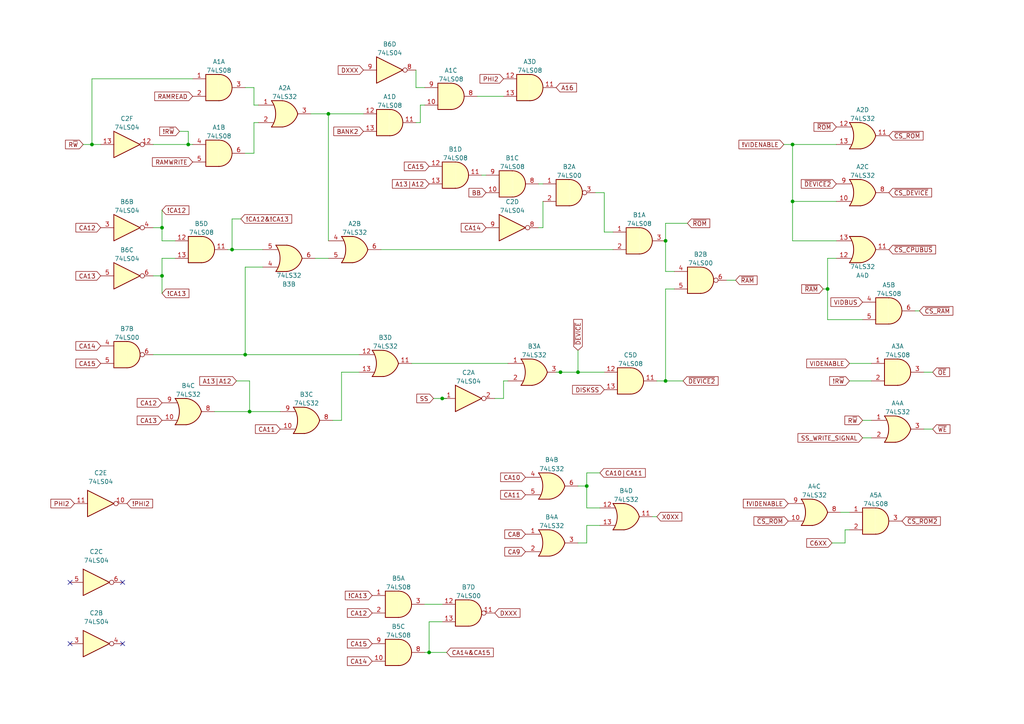
<source format=kicad_sch>
(kicad_sch (version 20231120) (generator "eeschema") (generator_version "8.0")
  (paper "A4")
  (lib_symbols
    (symbol "74xx:74LS00" (pin_names (offset 1.016))
      (property "Reference" "U" (at 0 1.27 0))
      (property "Value" "74LS00" (at 0 -1.27 0))
      (symbol "74LS00_1_1"
        (pin input line (at -7.62 2.54 0) (length 3.81) (name "~") (number "1"))
        (pin input line (at -7.62 -2.54 0) (length 3.81) (name "~") (number "2"))
        (pin output inverted (at 7.62 0 180) (length 3.81) (name "~") (number "3"))
      )
      (symbol "74LS00_1_2"
        (pin input inverted (at -7.62 2.54 0) (length 4.318) (name "~") (number "1"))
        (pin input inverted (at -7.62 -2.54 0) (length 4.318) (name "~") (number "2"))
        (pin output line (at 7.62 0 180) (length 3.81) (name "~") (number "3"))
      )
      (symbol "74LS00_2_1"
        (pin input line (at -7.62 2.54 0) (length 3.81) (name "~") (number "4"))
        (pin input line (at -7.62 -2.54 0) (length 3.81) (name "~") (number "5"))
        (pin output inverted (at 7.62 0 180) (length 3.81) (name "~") (number "6"))
      )
      (symbol "74LS00_2_2"
        (pin input inverted (at -7.62 2.54 0) (length 4.318) (name "~") (number "4"))
        (pin input inverted (at -7.62 -2.54 0) (length 4.318) (name "~") (number "5"))
        (pin output line (at 7.62 0 180) (length 3.81) (name "~") (number "6"))
      )
      (symbol "74LS00_3_1"
        (pin input line (at -7.62 -2.54 0) (length 3.81) (name "~") (number "10"))
        (pin output inverted (at 7.62 0 180) (length 3.81) (name "~") (number "8"))
        (pin input line (at -7.62 2.54 0) (length 3.81) (name "~") (number "9"))
      )
      (symbol "74LS00_3_2"
        (pin input inverted (at -7.62 -2.54 0) (length 4.318) (name "~") (number "10"))
        (pin output line (at 7.62 0 180) (length 3.81) (name "~") (number "8"))
        (pin input inverted (at -7.62 2.54 0) (length 4.318) (name "~") (number "9"))
      )
      (symbol "74LS00_4_1"
        (pin output inverted (at 7.62 0 180) (length 3.81) (name "~") (number "11"))
        (pin input line (at -7.62 2.54 0) (length 3.81) (name "~") (number "12"))
        (pin input line (at -7.62 -2.54 0) (length 3.81) (name "~") (number "13"))
      )
      (symbol "74LS00_4_2"
        (pin output line (at 7.62 0 180) (length 3.81) (name "~") (number "11"))
        (pin input inverted (at -7.62 2.54 0) (length 4.318) (name "~") (number "12"))
        (pin input inverted (at -7.62 -2.54 0) (length 4.318) (name "~") (number "13"))
      )
      (symbol "74LS00_5_0"
        (pin power_in line (at 0 12.7 270) (length 5.08) (name "VCC") (number "14"))
        (pin power_in line (at 0 -12.7 90) (length 5.08) (name "GND") (number "7"))
      )
    )
    (symbol "74xx:74LS04"
      (property "Reference" "U" (at 0 1.27 0))
      (property "Value" "74LS04" (at 0 -1.27 0))
      (symbol "74LS04_1_0"
        (pin input line (at -7.62 0 0) (length 3.81) (name "~") (number "1"))
        (pin output inverted (at 7.62 0 180) (length 3.81) (name "~") (number "2"))
      )
      (symbol "74LS04_2_0"
        (pin input line (at -7.62 0 0) (length 3.81) (name "~") (number "3"))
        (pin output inverted (at 7.62 0 180) (length 3.81) (name "~") (number "4"))
      )
      (symbol "74LS04_3_0"
        (pin input line (at -7.62 0 0) (length 3.81) (name "~") (number "5"))
        (pin output inverted (at 7.62 0 180) (length 3.81) (name "~") (number "6"))
      )
      (symbol "74LS04_4_0"
        (pin output inverted (at 7.62 0 180) (length 3.81) (name "~") (number "8"))
        (pin input line (at -7.62 0 0) (length 3.81) (name "~") (number "9"))
      )
      (symbol "74LS04_5_0"
        (pin output inverted (at 7.62 0 180) (length 3.81) (name "~") (number "10"))
        (pin input line (at -7.62 0 0) (length 3.81) (name "~") (number "11"))
      )
      (symbol "74LS04_6_0"
        (pin output inverted (at 7.62 0 180) (length 3.81) (name "~") (number "12"))
        (pin input line (at -7.62 0 0) (length 3.81) (name "~") (number "13"))
      )
      (symbol "74LS04_7_0"
        (pin power_in line (at 0 12.7 270) (length 5.08) (name "VCC") (number "14"))
        (pin power_in line (at 0 -12.7 90) (length 5.08) (name "GND") (number "7"))
      )
    )
    (symbol "74xx:74LS08" (pin_names (offset 1.016))
      (property "Reference" "U" (at 0 1.27 0))
      (property "Value" "74LS08" (at 0 -1.27 0))
      (symbol "74LS08_1_1"
        (pin input line (at -7.62 2.54 0) (length 3.81) (name "~") (number "1"))
        (pin input line (at -7.62 -2.54 0) (length 3.81) (name "~") (number "2"))
        (pin output line (at 7.62 0 180) (length 3.81) (name "~") (number "3"))
      )
      (symbol "74LS08_1_2"
        (pin input inverted (at -7.62 2.54 0) (length 4.318) (name "~") (number "1"))
        (pin input inverted (at -7.62 -2.54 0) (length 4.318) (name "~") (number "2"))
        (pin output inverted (at 7.62 0 180) (length 3.81) (name "~") (number "3"))
      )
      (symbol "74LS08_2_1"
        (pin input line (at -7.62 2.54 0) (length 3.81) (name "~") (number "4"))
        (pin input line (at -7.62 -2.54 0) (length 3.81) (name "~") (number "5"))
        (pin output line (at 7.62 0 180) (length 3.81) (name "~") (number "6"))
      )
      (symbol "74LS08_2_2"
        (pin input inverted (at -7.62 2.54 0) (length 4.318) (name "~") (number "4"))
        (pin input inverted (at -7.62 -2.54 0) (length 4.318) (name "~") (number "5"))
        (pin output inverted (at 7.62 0 180) (length 3.81) (name "~") (number "6"))
      )
      (symbol "74LS08_3_1"
        (pin input line (at -7.62 -2.54 0) (length 3.81) (name "~") (number "10"))
        (pin output line (at 7.62 0 180) (length 3.81) (name "~") (number "8"))
        (pin input line (at -7.62 2.54 0) (length 3.81) (name "~") (number "9"))
      )
      (symbol "74LS08_3_2"
        (pin input inverted (at -7.62 -2.54 0) (length 4.318) (name "~") (number "10"))
        (pin output inverted (at 7.62 0 180) (length 3.81) (name "~") (number "8"))
        (pin input inverted (at -7.62 2.54 0) (length 4.318) (name "~") (number "9"))
      )
      (symbol "74LS08_4_1"
        (pin output line (at 7.62 0 180) (length 3.81) (name "~") (number "11"))
        (pin input line (at -7.62 2.54 0) (length 3.81) (name "~") (number "12"))
        (pin input line (at -7.62 -2.54 0) (length 3.81) (name "~") (number "13"))
      )
      (symbol "74LS08_4_2"
        (pin output inverted (at 7.62 0 180) (length 3.81) (name "~") (number "11"))
        (pin input inverted (at -7.62 2.54 0) (length 4.318) (name "~") (number "12"))
        (pin input inverted (at -7.62 -2.54 0) (length 4.318) (name "~") (number "13"))
      )
      (symbol "74LS08_5_0"
        (pin power_in line (at 0 12.7 270) (length 5.08) (name "VCC") (number "14"))
        (pin power_in line (at 0 -12.7 90) (length 5.08) (name "GND") (number "7"))
      )
    )
    (symbol "74xx:74LS32" (pin_names (offset 1.016))
      (property "Reference" "U" (at 0 1.27 0))
      (property "Value" "74LS32" (at 0 -1.27 0))
      (symbol "74LS32_1_1"
        (pin input line (at -7.62 2.54 0) (length 4.318) (name "~") (number "1"))
        (pin input line (at -7.62 -2.54 0) (length 4.318) (name "~") (number "2"))
        (pin output line (at 7.62 0 180) (length 3.81) (name "~") (number "3"))
      )
      (symbol "74LS32_1_2"
        (pin input inverted (at -7.62 2.54 0) (length 3.81) (name "~") (number "1"))
        (pin input inverted (at -7.62 -2.54 0) (length 3.81) (name "~") (number "2"))
        (pin output inverted (at 7.62 0 180) (length 3.81) (name "~") (number "3"))
      )
      (symbol "74LS32_2_1"
        (pin input line (at -7.62 2.54 0) (length 4.318) (name "~") (number "4"))
        (pin input line (at -7.62 -2.54 0) (length 4.318) (name "~") (number "5"))
        (pin output line (at 7.62 0 180) (length 3.81) (name "~") (number "6"))
      )
      (symbol "74LS32_2_2"
        (pin input inverted (at -7.62 2.54 0) (length 3.81) (name "~") (number "4"))
        (pin input inverted (at -7.62 -2.54 0) (length 3.81) (name "~") (number "5"))
        (pin output inverted (at 7.62 0 180) (length 3.81) (name "~") (number "6"))
      )
      (symbol "74LS32_3_1"
        (pin input line (at -7.62 -2.54 0) (length 4.318) (name "~") (number "10"))
        (pin output line (at 7.62 0 180) (length 3.81) (name "~") (number "8"))
        (pin input line (at -7.62 2.54 0) (length 4.318) (name "~") (number "9"))
      )
      (symbol "74LS32_3_2"
        (pin input inverted (at -7.62 -2.54 0) (length 3.81) (name "~") (number "10"))
        (pin output inverted (at 7.62 0 180) (length 3.81) (name "~") (number "8"))
        (pin input inverted (at -7.62 2.54 0) (length 3.81) (name "~") (number "9"))
      )
      (symbol "74LS32_4_1"
        (pin output line (at 7.62 0 180) (length 3.81) (name "~") (number "11"))
        (pin input line (at -7.62 2.54 0) (length 4.318) (name "~") (number "12"))
        (pin input line (at -7.62 -2.54 0) (length 4.318) (name "~") (number "13"))
      )
      (symbol "74LS32_4_2"
        (pin output inverted (at 7.62 0 180) (length 3.81) (name "~") (number "11"))
        (pin input inverted (at -7.62 2.54 0) (length 3.81) (name "~") (number "12"))
        (pin input inverted (at -7.62 -2.54 0) (length 3.81) (name "~") (number "13"))
      )
      (symbol "74LS32_5_0"
        (pin power_in line (at 0 12.7 270) (length 5.08) (name "VCC") (number "14"))
        (pin power_in line (at 0 -12.7 90) (length 5.08) (name "GND") (number "7"))
      )
    )
  )
  (junction (at 46.99 66.04))
  (junction (at 229.87 41.91))
  (junction (at 54.61 41.91))
  (junction (at 95.25 33.02))
  (junction (at 193.04 69.85))
  (junction (at 26.67 41.91))
  (junction (at 46.99 80.01))
  (junction (at 193.04 110.49))
  (junction (at 124.46 189.23))
  (junction (at 128.27 115.57))
  (junction (at 167.64 107.95))
  (junction (at 71.12 102.87))
  (junction (at 229.87 58.42))
  (junction (at 72.39 119.38))
  (junction (at 240.03 83.82))
  (junction (at 67.31 72.39))
  (junction (at 162.56 107.95))
  (junction (at 170.18 140.97))
  (no_connect (at 298.45 -31.75))
  (no_connect (at 73.66 -11.43))
  (no_connect (at 20.32 186.69))
  (no_connect (at 88.9 -11.43))
  (no_connect (at 262.89 -11.43))
  (no_connect (at 186.69 -58.42))
  (no_connect (at 256.54 -8.89))
  (no_connect (at 223.52 -60.96))
  (no_connect (at 200.66 -10.16))
  (no_connect (at 20.32 168.91))
  (no_connect (at 109.22 -11.43))
  (no_connect (at 220.98 -10.16))
  (no_connect (at 241.3 -36.83))
  (no_connect (at 264.16 -31.75))
  (no_connect (at 205.74 -12.7))
  (no_connect (at 208.28 -85.09))
  (no_connect (at 177.8 -30.48))
  (no_connect (at 177.8 -10.16))
  (no_connect (at 208.28 -63.5))
  (no_connect (at 93.98 -11.43))
  (no_connect (at 162.56 -12.7))
  (no_connect (at 162.56 -27.94))
  (no_connect (at 313.69 -34.29))
  (no_connect (at 279.4 -34.29))
  (no_connect (at 185.42 -12.7))
  (no_connect (at 185.42 -7.62))
  (no_connect (at 256.54 -34.29))
  (no_connect (at 201.93 -60.96))
  (no_connect (at 298.45 -36.83))
  (no_connect (at 162.56 -33.02))
  (no_connect (at 35.56 168.91))
  (no_connect (at 241.3 -6.35))
  (no_connect (at 208.28 -90.17))
  (no_connect (at 186.69 -63.5))
  (no_connect (at 241.3 -31.75))
  (no_connect (at 129.54 -11.43))
  (no_connect (at 114.3 -11.43))
  (no_connect (at 205.74 -7.62))
  (no_connect (at 241.3 -11.43))
  (no_connect (at 208.28 -58.42))
  (no_connect (at 264.16 -36.83))
  (no_connect (at 278.13 -8.89))
  (no_connect (at 223.52 -87.63))
  (no_connect (at 35.56 186.69))
  (no_connect (at 262.89 -6.35))
  (no_connect (at 162.56 -7.62))
  (wire (pts (xy 81.28 119.38) (xy 72.39 119.38)))
  (wire (pts (xy 120.65 20.32) (xy 120.65 25.4)))
  (wire (pts (xy 170.18 147.32) (xy 173.99 147.32)))
  (wire (pts (xy 146.05 27.94) (xy 138.43 27.94)))
  (wire (pts (xy 46.99 60.96) (xy 46.99 66.04)))
  (wire (pts (xy 120.65 25.4) (xy 123.19 25.4)))
  (wire (pts (xy 44.45 66.04) (xy 46.99 66.04)))
  (wire (pts (xy 128.27 115.57) (xy 129.54 115.57)))
  (wire (pts (xy 44.45 102.87) (xy 71.12 102.87)))
  (wire (pts (xy 119.38 105.41) (xy 147.32 105.41)))
  (wire (pts (xy 193.04 64.77) (xy 193.04 69.85)))
  (wire (pts (xy 71.12 77.47) (xy 71.12 102.87)))
  (wire (pts (xy 91.44 74.93) (xy 95.25 74.93)))
  (wire (pts (xy 190.5 149.86) (xy 189.23 149.86)))
  (wire (pts (xy 193.04 69.85) (xy 193.04 78.74)))
  (wire (pts (xy 73.66 25.4) (xy 73.66 30.48)))
  (wire (pts (xy 123.19 30.48) (xy 121.92 30.48)))
  (wire (pts (xy 238.76 83.82) (xy 240.03 83.82)))
  (wire (pts (xy 242.57 41.91) (xy 229.87 41.91)))
  (wire (pts (xy 156.21 66.04) (xy 157.48 66.04)))
  (wire (pts (xy 26.67 22.86) (xy 55.88 22.86)))
  (wire (pts (xy 96.52 121.92) (xy 99.06 121.92)))
  (wire (pts (xy 46.99 74.93) (xy 50.8 74.93)))
  (wire (pts (xy 110.49 72.39) (xy 177.8 72.39)))
  (wire (pts (xy 73.66 35.56) (xy 74.93 35.56)))
  (wire (pts (xy 67.31 63.5) (xy 67.31 72.39)))
  (wire (pts (xy 229.87 58.42) (xy 229.87 69.85)))
  (wire (pts (xy 167.64 157.48) (xy 170.18 157.48)))
  (wire (pts (xy 128.27 180.34) (xy 124.46 180.34)))
  (wire (pts (xy 73.66 30.48) (xy 74.93 30.48)))
  (wire (pts (xy 54.61 38.1) (xy 54.61 41.91)))
  (wire (pts (xy 68.58 110.49) (xy 72.39 110.49)))
  (wire (pts (xy 161.29 107.95) (xy 162.56 107.95)))
  (wire (pts (xy 170.18 140.97) (xy 170.18 147.32)))
  (wire (pts (xy 128.27 115.57) (xy 125.73 115.57)))
  (wire (pts (xy 44.45 80.01) (xy 46.99 80.01)))
  (wire (pts (xy 120.65 35.56) (xy 121.92 35.56)))
  (wire (pts (xy 71.12 25.4) (xy 73.66 25.4)))
  (wire (pts (xy 242.57 74.93) (xy 240.03 74.93)))
  (wire (pts (xy 71.12 102.87) (xy 104.14 102.87)))
  (wire (pts (xy 72.39 110.49) (xy 72.39 119.38)))
  (wire (pts (xy 167.64 107.95) (xy 175.26 107.95)))
  (wire (pts (xy 167.64 101.6) (xy 167.64 107.95)))
  (wire (pts (xy 90.17 33.02) (xy 95.25 33.02)))
  (wire (pts (xy 54.61 41.91) (xy 55.88 41.91)))
  (wire (pts (xy 193.04 110.49) (xy 198.12 110.49)))
  (wire (pts (xy 143.51 115.57) (xy 146.05 115.57)))
  (wire (pts (xy 46.99 80.01) (xy 46.99 85.09)))
  (wire (pts (xy 66.04 72.39) (xy 67.31 72.39)))
  (wire (pts (xy 67.31 72.39) (xy 76.2 72.39)))
  (wire (pts (xy 73.66 35.56) (xy 73.66 44.45)))
  (wire (pts (xy 52.07 38.1) (xy 54.61 38.1)))
  (wire (pts (xy 241.3 157.48) (xy 245.11 157.48)))
  (wire (pts (xy 71.12 44.45) (xy 73.66 44.45)))
  (wire (pts (xy 44.45 41.91) (xy 54.61 41.91)))
  (wire (pts (xy 157.48 66.04) (xy 157.48 58.42)))
  (wire (pts (xy 175.26 55.88) (xy 175.26 67.31)))
  (wire (pts (xy 124.46 180.34) (xy 124.46 189.23)))
  (wire (pts (xy 46.99 74.93) (xy 46.99 80.01)))
  (wire (pts (xy 170.18 157.48) (xy 170.18 152.4)))
  (wire (pts (xy 266.7 90.17) (xy 265.43 90.17)))
  (wire (pts (xy 140.97 50.8) (xy 139.7 50.8)))
  (wire (pts (xy 95.25 33.02) (xy 95.25 69.85)))
  (wire (pts (xy 246.38 105.41) (xy 252.73 105.41)))
  (wire (pts (xy 193.04 110.49) (xy 190.5 110.49)))
  (wire (pts (xy 250.19 121.92) (xy 252.73 121.92)))
  (wire (pts (xy 199.39 64.77) (xy 193.04 64.77)))
  (wire (pts (xy 104.14 107.95) (xy 99.06 107.95)))
  (wire (pts (xy 175.26 67.31) (xy 177.8 67.31)))
  (wire (pts (xy 245.11 153.67) (xy 246.38 153.67)))
  (wire (pts (xy 270.51 124.46) (xy 267.97 124.46)))
  (wire (pts (xy 229.87 58.42) (xy 242.57 58.42)))
  (wire (pts (xy 270.51 107.95) (xy 267.97 107.95)))
  (wire (pts (xy 193.04 83.82) (xy 195.58 83.82)))
  (wire (pts (xy 250.19 127) (xy 252.73 127)))
  (wire (pts (xy 245.11 157.48) (xy 245.11 153.67)))
  (wire (pts (xy 170.18 152.4) (xy 173.99 152.4)))
  (wire (pts (xy 72.39 119.38) (xy 62.23 119.38)))
  (wire (pts (xy 240.03 92.71) (xy 250.19 92.71)))
  (wire (pts (xy 121.92 35.56) (xy 121.92 30.48)))
  (wire (pts (xy 146.05 115.57) (xy 146.05 110.49)))
  (wire (pts (xy 99.06 121.92) (xy 99.06 107.95)))
  (wire (pts (xy 172.72 55.88) (xy 175.26 55.88)))
  (wire (pts (xy 157.48 53.34) (xy 156.21 53.34)))
  (wire (pts (xy 26.67 41.91) (xy 26.67 22.86)))
  (wire (pts (xy 213.36 81.28) (xy 210.82 81.28)))
  (wire (pts (xy 24.13 41.91) (xy 26.67 41.91)))
  (wire (pts (xy 46.99 69.85) (xy 50.8 69.85)))
  (wire (pts (xy 162.56 107.95) (xy 167.64 107.95)))
  (wire (pts (xy 193.04 83.82) (xy 193.04 110.49)))
  (wire (pts (xy 71.12 77.47) (xy 76.2 77.47)))
  (wire (pts (xy 26.67 41.91) (xy 29.21 41.91)))
  (wire (pts (xy 123.19 175.26) (xy 128.27 175.26)))
  (wire (pts (xy 146.05 110.49) (xy 147.32 110.49)))
  (wire (pts (xy 240.03 83.82) (xy 240.03 92.71)))
  (wire (pts (xy 173.99 137.16) (xy 170.18 137.16)))
  (wire (pts (xy 240.03 74.93) (xy 240.03 83.82)))
  (wire (pts (xy 124.46 189.23) (xy 129.54 189.23)))
  (wire (pts (xy 246.38 110.49) (xy 252.73 110.49)))
  (wire (pts (xy 242.57 69.85) (xy 229.87 69.85)))
  (wire (pts (xy 46.99 66.04) (xy 46.99 69.85)))
  (wire (pts (xy 123.19 189.23) (xy 124.46 189.23)))
  (wire (pts (xy 95.25 33.02) (xy 105.41 33.02)))
  (wire (pts (xy 170.18 137.16) (xy 170.18 140.97)))
  (wire (pts (xy 243.84 148.59) (xy 246.38 148.59)))
  (wire (pts (xy 229.87 41.91) (xy 229.87 58.42)))
  (wire (pts (xy 167.64 140.97) (xy 170.18 140.97)))
  (wire (pts (xy 193.04 78.74) (xy 195.58 78.74)))
  (wire (pts (xy 229.87 41.91) (xy 227.33 41.91)))
  (wire (pts (xy 69.85 63.5) (xy 67.31 63.5)))
  (global_label "CA8" (shape input) (at 152.4 154.94 180) (property "Intersheetrefs" "${INTERSHEET_REFS}" (effects (hide yes))))
  (global_label "PHI2" (shape input) (at 21.59 146.05 180) (property "Intersheetrefs" "${INTERSHEET_REFS}" (effects (hide yes))))
  (global_label "BANK2" (shape input) (at 105.41 38.1 180) (property "Intersheetrefs" "${INTERSHEET_REFS}" (effects (hide yes))))
  (global_label "A16" (shape input) (at 161.29 25.4 0) (property "Intersheetrefs" "${INTERSHEET_REFS}" (effects (hide yes))))
  (global_label "CA14" (shape input) (at 107.95 191.77 180) (property "Intersheetrefs" "${INTERSHEET_REFS}" (effects (hide yes))))
  (global_label "~{CS_RAM}" (shape input) (at 266.7 90.17 0) (property "Intersheetrefs" "${INTERSHEET_REFS}" (effects (hide yes))))
  (global_label "R~{W}" (shape input) (at 250.19 121.92 180) (property "Intersheetrefs" "${INTERSHEET_REFS}" (effects (hide yes))))
  (global_label "CA15" (shape input) (at 29.21 105.41 180) (property "Intersheetrefs" "${INTERSHEET_REFS}" (effects (hide yes))))
  (global_label "X0XX" (shape input) (at 190.5 149.86 0) (property "Intersheetrefs" "${INTERSHEET_REFS}" (effects (hide yes))))
  (global_label "CA13" (shape input) (at 29.21 80.01 180) (property "Intersheetrefs" "${INTERSHEET_REFS}" (effects (hide yes))))
  (global_label "CA12" (shape input) (at 107.95 177.8 180) (property "Intersheetrefs" "${INTERSHEET_REFS}" (effects (hide yes))))
  (global_label "~{ROM}" (shape input) (at 199.39 64.77 0) (property "Intersheetrefs" "${INTERSHEET_REFS}" (effects (hide yes))))
  (global_label "RAMWRITE" (shape input) (at 55.88 46.99 180) (property "Intersheetrefs" "${INTERSHEET_REFS}" (effects (hide yes))))
  (global_label "!VIDENABLE" (shape input) (at 228.6 146.05 180) (property "Intersheetrefs" "${INTERSHEET_REFS}" (effects (hide yes))))
  (global_label "~{RAM}" (shape input) (at 238.76 83.82 180) (property "Intersheetrefs" "${INTERSHEET_REFS}" (effects (hide yes))))
  (global_label "CA14&CA15" (shape input) (at 129.54 189.23 0) (property "Intersheetrefs" "${INTERSHEET_REFS}" (effects (hide yes))))
  (global_label "RAMREAD" (shape input) (at 55.88 27.94 180) (property "Intersheetrefs" "${INTERSHEET_REFS}" (effects (hide yes))))
  (global_label "!R~{W}" (shape input) (at 246.38 110.49 180) (property "Intersheetrefs" "${INTERSHEET_REFS}" (effects (hide yes))))
  (global_label "CA12" (shape input) (at 46.99 116.84 180) (property "Intersheetrefs" "${INTERSHEET_REFS}" (effects (hide yes))))
  (global_label "A13|A12" (shape input) (at 124.46 53.34 180) (property "Intersheetrefs" "${INTERSHEET_REFS}" (effects (hide yes))))
  (global_label "CA14" (shape input) (at 140.97 66.04 180) (property "Intersheetrefs" "${INTERSHEET_REFS}" (effects (hide yes))))
  (global_label "CA15" (shape input) (at 124.46 48.26 180) (property "Intersheetrefs" "${INTERSHEET_REFS}" (effects (hide yes))))
  (global_label "~{DEVICE2}" (shape input) (at 198.12 110.49 0) (property "Intersheetrefs" "${INTERSHEET_REFS}" (effects (hide yes))))
  (global_label "~{CS_ROM}" (shape input) (at 228.6 151.13 180) (property "Intersheetrefs" "${INTERSHEET_REFS}" (effects (hide yes))))
  (global_label "DXXX" (shape input) (at 105.41 20.32 180) (property "Intersheetrefs" "${INTERSHEET_REFS}" (effects (hide yes))))
  (global_label "~{CS_DEVICE}" (shape input) (at 257.81 55.88 0) (property "Intersheetrefs" "${INTERSHEET_REFS}" (effects (hide yes))))
  (global_label "CA11" (shape input) (at 81.28 124.46 180) (property "Intersheetrefs" "${INTERSHEET_REFS}" (effects (hide yes))))
  (global_label "!R~{W}" (shape input) (at 52.07 38.1 180) (property "Intersheetrefs" "${INTERSHEET_REFS}" (effects (hide yes))))
  (global_label "!PHI2" (shape input) (at 36.83 146.05 0) (property "Intersheetrefs" "${INTERSHEET_REFS}" (effects (hide yes))))
  (global_label "~{WE}" (shape input) (at 270.51 124.46 0) (property "Intersheetrefs" "${INTERSHEET_REFS}" (effects (hide yes))))
  (global_label "CA10|CA11" (shape input) (at 173.99 137.16 0) (property "Intersheetrefs" "${INTERSHEET_REFS}" (effects (hide yes))))
  (global_label "~{CS_CPUBUS}" (shape input) (at 257.81 72.39 0) (property "Intersheetrefs" "${INTERSHEET_REFS}" (effects (hide yes))))
  (global_label "CA9" (shape input) (at 152.4 160.02 180) (property "Intersheetrefs" "${INTERSHEET_REFS}" (effects (hide yes))))
  (global_label "PHI2" (shape input) (at 146.05 22.86 180) (property "Intersheetrefs" "${INTERSHEET_REFS}" (effects (hide yes))))
  (global_label "!CA13" (shape input) (at 107.95 172.72 180) (property "Intersheetrefs" "${INTERSHEET_REFS}" (effects (hide yes))))
  (global_label "DXXX" (shape input) (at 143.51 177.8 0) (property "Intersheetrefs" "${INTERSHEET_REFS}" (effects (hide yes))))
  (global_label "R~{W}" (shape input) (at 24.13 41.91 180) (property "Intersheetrefs" "${INTERSHEET_REFS}" (effects (hide yes))))
  (global_label "~{DEVICE}" (shape input) (at 167.64 101.6 90) (property "Intersheetrefs" "${INTERSHEET_REFS}" (effects (hide yes))))
  (global_label "CA14" (shape input) (at 29.21 100.33 180) (property "Intersheetrefs" "${INTERSHEET_REFS}" (effects (hide yes))))
  (global_label "CA10" (shape input) (at 152.4 138.43 180) (property "Intersheetrefs" "${INTERSHEET_REFS}" (effects (hide yes))))
  (global_label "~{DEVICE2}" (shape input) (at 242.57 53.34 180) (property "Intersheetrefs" "${INTERSHEET_REFS}" (effects (hide yes))))
  (global_label "!CA13" (shape input) (at 46.99 85.09 0) (property "Intersheetrefs" "${INTERSHEET_REFS}" (effects (hide yes))))
  (global_label "~{OE}" (shape input) (at 270.51 107.95 0) (property "Intersheetrefs" "${INTERSHEET_REFS}" (effects (hide yes))))
  (global_label "CA11" (shape input) (at 152.4 143.51 180) (property "Intersheetrefs" "${INTERSHEET_REFS}" (effects (hide yes))))
  (global_label "!CA12" (shape input) (at 46.99 60.96 0) (property "Intersheetrefs" "${INTERSHEET_REFS}" (effects (hide yes))))
  (global_label "CA13" (shape input) (at 46.99 121.92 180) (property "Intersheetrefs" "${INTERSHEET_REFS}" (effects (hide yes))))
  (global_label "DISKSS" (shape input) (at 175.26 113.03 180) (property "Intersheetrefs" "${INTERSHEET_REFS}" (effects (hide yes))))
  (global_label "!VIDENABLE" (shape input) (at 227.33 41.91 180) (property "Intersheetrefs" "${INTERSHEET_REFS}" (effects (hide yes))))
  (global_label "BB" (shape input) (at 140.97 55.88 180) (property "Intersheetrefs" "${INTERSHEET_REFS}" (effects (hide yes))))
  (global_label "A13|A12" (shape input) (at 68.58 110.49 180) (property "Intersheetrefs" "${INTERSHEET_REFS}" (effects (hide yes))))
  (global_label "C6XX" (shape input) (at 241.3 157.48 180) (property "Intersheetrefs" "${INTERSHEET_REFS}" (effects (hide yes))))
  (global_label "~{RAM}" (shape input) (at 213.36 81.28 0) (property "Intersheetrefs" "${INTERSHEET_REFS}" (effects (hide yes))))
  (global_label "~{ROM}" (shape input) (at 242.57 36.83 180) (property "Intersheetrefs" "${INTERSHEET_REFS}" (effects (hide yes))))
  (global_label "SS" (shape input) (at 125.73 115.57 180) (property "Intersheetrefs" "${INTERSHEET_REFS}" (effects (hide yes))))
  (global_label "!CA12&!CA13" (shape input) (at 69.85 63.5 0) (property "Intersheetrefs" "${INTERSHEET_REFS}" (effects (hide yes))))
  (global_label "VIDENABLE" (shape input) (at 246.38 105.41 180) (property "Intersheetrefs" "${INTERSHEET_REFS}" (effects (hide yes))))
  (global_label "SS_WRITE_SIGNAL" (shape input) (at 250.19 127 180) (property "Intersheetrefs" "${INTERSHEET_REFS}" (effects (hide yes))))
  (global_label "~{CS_ROM}" (shape input) (at 257.81 39.37 0) (property "Intersheetrefs" "${INTERSHEET_REFS}" (effects (hide yes))))
  (global_label "CA12" (shape input) (at 29.21 66.04 180) (property "Intersheetrefs" "${INTERSHEET_REFS}" (effects (hide yes))))
  (global_label "VIDBUS" (shape input) (at 250.19 87.63 180) (property "Intersheetrefs" "${INTERSHEET_REFS}" (effects (hide yes))))
  (global_label "CA15" (shape input) (at 107.95 186.69 180) (property "Intersheetrefs" "${INTERSHEET_REFS}" (effects (hide yes))))
  (global_label "~{CS_ROM2}" (shape input) (at 261.62 151.13 0) (property "Intersheetrefs" "${INTERSHEET_REFS}" (effects (hide yes))))
  (symbol (lib_id "74xx:74LS32") (at 250.19 39.37 0) (unit 4)
    (property "Reference" "A2" (at 250.19 31.8602 0))
    (property "Value" "74LS32" (at 250.19 34.3971 0))
    (property "Footprint" "Package_DIP:DIP-14_W7.62mm_Socket" (effects (hide yes)))
    (property "Datasheet" "http://www.ti.com/lit/gpn/sn74LS32" (effects (hide yes)))
  )
  (symbol (lib_id "74xx:74LS08") (at 215.9 -60.96 0) (unit 3)
    (property "Reference" "C5" (at 215.9 -68.4698 0))
    (property "Value" "74LS08" (at 215.9 -65.9329 0))
    (property "Footprint" "Package_DIP:DIP-14_W7.62mm_Socket" (effects (hide yes)))
    (property "Datasheet" "http://www.ti.com/lit/gpn/sn74LS08" (effects (hide yes)))
  )
  (symbol (lib_id "74xx:74LS08") (at 63.5 44.45 0) (unit 2)
    (property "Reference" "A1" (at 63.5 36.9402 0))
    (property "Value" "74LS08" (at 63.5 39.4771 0))
    (property "Footprint" "Package_DIP:DIP-14_W7.62mm_Socket" (effects (hide yes)))
    (property "Datasheet" "http://www.ti.com/lit/gpn/sn74LS08" (effects (hide yes)))
  )
  (symbol (lib_id "74xx:74LS08") (at 113.03 35.56 0) (unit 4)
    (property "Reference" "A1" (at 113.03 28.0502 0))
    (property "Value" "74LS08" (at 113.03 30.5871 0))
    (property "Footprint" "Package_DIP:DIP-14_W7.62mm_Socket" (effects (hide yes)))
    (property "Datasheet" "http://www.ti.com/lit/gpn/sn74LS08" (effects (hide yes)))
  )
  (symbol (lib_id "74xx:74LS00") (at 165.1 55.88 0) (unit 1)
    (property "Reference" "B2" (at 165.1 48.3702 0))
    (property "Value" "74LS00" (at 165.1 50.9071 0))
    (property "Footprint" "Package_DIP:DIP-14_W7.62mm_Socket" (effects (hide yes)))
    (property "Datasheet" "http://www.ti.com/lit/gpn/sn74ls00" (effects (hide yes)))
  )
  (symbol (lib_id "74xx:74LS32") (at 154.94 107.95 0) (unit 1)
    (property "Reference" "B3" (at 154.94 100.4402 0))
    (property "Value" "74LS32" (at 154.94 102.9771 0))
    (property "Footprint" "Package_DIP:DIP-14_W7.62mm_Socket" (effects (hide yes)))
    (property "Datasheet" "http://www.ti.com/lit/gpn/sn74LS32" (effects (hide yes)))
  )
  (symbol (lib_id "74xx:74LS32") (at 160.02 157.48 0) (unit 1)
    (property "Reference" "B4" (at 160.02 149.9702 0))
    (property "Value" "74LS32" (at 160.02 152.5071 0))
    (property "Footprint" "Package_DIP:DIP-14_W7.62mm_Socket" (effects (hide yes)))
    (property "Datasheet" "http://www.ti.com/lit/gpn/sn74LS32" (effects (hide yes)))
  )
  (symbol (lib_id "74xx:74LS08") (at 213.36 -10.16 0) (unit 3)
    (property "Reference" "A3" (at 213.36 -17.6698 0))
    (property "Value" "74LS08" (at 213.36 -15.1329 0))
    (property "Footprint" "Package_DIP:DIP-14_W7.62mm_Socket" (effects (hide yes)))
    (property "Datasheet" "http://www.ti.com/lit/gpn/sn74LS08" (effects (hide yes)))
  )
  (symbol (lib_id "74xx:74LS04") (at 27.94 168.91 0) (unit 3)
    (property "Reference" "C2" (at 27.94 160.02 0))
    (property "Value" "74LS04" (at 27.94 162.56 0))
    (property "Footprint" "Package_DIP:DIP-14_W7.62mm_Socket" (effects (hide yes)))
    (property "Datasheet" "http://www.ti.com/lit/gpn/sn74LS04" (effects (hide yes)))
  )
  (symbol (lib_id "74xx:74LS08") (at 170.18 -10.16 0) (unit 2)
    (property "Reference" "B1" (at 170.18 -17.6698 0))
    (property "Value" "74LS08" (at 170.18 -15.1329 0))
    (property "Footprint" "Package_DIP:DIP-14_W7.62mm_Socket" (effects (hide yes)))
    (property "Datasheet" "http://www.ti.com/lit/gpn/sn74LS08" (effects (hide yes)))
  )
  (symbol (lib_id "74xx:74LS32") (at 250.19 72.39 0) (mirror x) (unit 4)
    (property "Reference" "A4" (at 250.19 79.8998 0))
    (property "Value" "74LS32" (at 250.19 77.3629 0))
    (property "Footprint" "Package_DIP:DIP-14_W7.62mm_Socket" (effects (hide yes)))
    (property "Datasheet" "http://www.ti.com/lit/gpn/sn74LS32" (effects (hide yes)))
  )
  (symbol (lib_id "74xx:74LS08") (at 115.57 189.23 0) (unit 3)
    (property "Reference" "B5" (at 115.57 181.7202 0))
    (property "Value" "74LS08" (at 115.57 184.2571 0))
    (property "Footprint" "Package_DIP:DIP-14_W7.62mm_Socket" (effects (hide yes)))
    (property "Datasheet" "http://www.ti.com/lit/gpn/sn74LS08" (effects (hide yes)))
  )
  (symbol (lib_id "74xx:74LS08") (at 185.42 69.85 0) (unit 1)
    (property "Reference" "B1" (at 185.42 62.3402 0))
    (property "Value" "74LS08" (at 185.42 64.8771 0))
    (property "Footprint" "Package_DIP:DIP-14_W7.62mm_Socket" (effects (hide yes)))
    (property "Datasheet" "http://www.ti.com/lit/gpn/sn74LS08" (effects (hide yes)))
  )
  (symbol (lib_id "74xx:74LS04") (at 148.59 66.04 0) (unit 4)
    (property "Reference" "C2" (at 148.59 58.5302 0))
    (property "Value" "74LS04" (at 148.59 61.0671 0))
    (property "Footprint" "Package_DIP:DIP-14_W7.62mm_Socket" (effects (hide yes)))
    (property "Datasheet" "http://www.ti.com/lit/gpn/sn74LS04" (effects (hide yes)))
  )
  (symbol (lib_id "74xx:74LS08") (at 170.18 -30.48 0) (unit 2)
    (property "Reference" "B5" (at 170.18 -37.9898 0))
    (property "Value" "74LS08" (at 170.18 -35.4529 0))
    (property "Footprint" "Package_DIP:DIP-14_W7.62mm_Socket" (effects (hide yes)))
    (property "Datasheet" "http://www.ti.com/lit/gpn/sn74LS08" (effects (hide yes)))
  )
  (symbol (lib_id "74xx:74LS04") (at 36.83 80.01 0) (unit 3)
    (property "Reference" "B6" (at 36.83 72.5002 0))
    (property "Value" "74LS04" (at 36.83 75.0371 0))
    (property "Footprint" "Package_DIP:DIP-14_W7.62mm_Socket" (effects (hide yes)))
    (property "Datasheet" "http://www.ti.com/lit/gpn/sn74LS04" (effects (hide yes)))
  )
  (symbol (lib_id "74xx:74LS08") (at 148.59 53.34 0) (unit 3)
    (property "Reference" "B1" (at 148.59 45.8302 0))
    (property "Value" "74LS08" (at 148.59 48.3671 0))
    (property "Footprint" "Package_DIP:DIP-14_W7.62mm_Socket" (effects (hide yes)))
    (property "Datasheet" "http://www.ti.com/lit/gpn/sn74LS08" (effects (hide yes)))
  )
  (symbol (lib_id "74xx:74LS32") (at 306.07 -34.29 0) (unit 2)
    (property "Reference" "A4" (at 306.07 -41.7998 0))
    (property "Value" "74LS32" (at 306.07 -39.2629 0))
    (property "Footprint" "Package_DIP:DIP-14_W7.62mm_Socket" (effects (hide yes)))
    (property "Datasheet" "http://www.ti.com/lit/gpn/sn74LS32" (effects (hide yes)))
  )
  (symbol (lib_id "74xx:74LS08") (at 132.08 50.8 0) (unit 4)
    (property "Reference" "B1" (at 132.08 43.2902 0))
    (property "Value" "74LS08" (at 132.08 45.8271 0))
    (property "Footprint" "Package_DIP:DIP-14_W7.62mm_Socket" (effects (hide yes)))
    (property "Datasheet" "http://www.ti.com/lit/gpn/sn74LS08" (effects (hide yes)))
  )
  (symbol (lib_id "74xx:74LS04") (at 27.94 186.69 0) (unit 2)
    (property "Reference" "C2" (at 27.94 177.8 0))
    (property "Value" "74LS04" (at 27.94 180.34 0))
    (property "Footprint" "Package_DIP:DIP-14_W7.62mm_Socket" (effects (hide yes)))
    (property "Datasheet" "http://www.ti.com/lit/gpn/sn74LS04" (effects (hide yes)))
  )
  (symbol (lib_id "74xx:74LS08") (at 215.9 -87.63 0) (unit 3)
    (property "Reference" "A5" (at 215.9 -95.1398 0))
    (property "Value" "74LS08" (at 215.9 -92.6029 0))
    (property "Footprint" "Package_DIP:DIP-14_W7.62mm_Socket" (effects (hide yes)))
    (property "Datasheet" "http://www.ti.com/lit/gpn/sn74LS08" (effects (hide yes)))
  )
  (symbol (lib_id "74xx:74LS08") (at 153.67 25.4 0) (unit 4)
    (property "Reference" "A3" (at 153.67 17.8902 0))
    (property "Value" "74LS08" (at 153.67 20.4271 0))
    (property "Footprint" "Package_DIP:DIP-14_W7.62mm_Socket" (effects (hide yes)))
    (property "Datasheet" "http://www.ti.com/lit/gpn/sn74LS08" (effects (hide yes)))
  )
  (symbol (lib_id "74xx:74LS00") (at 203.2 81.28 0) (unit 2)
    (property "Reference" "B2" (at 203.2 73.7702 0))
    (property "Value" "74LS00" (at 203.2 76.3071 0))
    (property "Footprint" "Package_DIP:DIP-14_W7.62mm_Socket" (effects (hide yes)))
    (property "Datasheet" "http://www.ti.com/lit/gpn/sn74ls00" (effects (hide yes)))
  )
  (symbol (lib_id "74xx:74LS32") (at 260.35 124.46 0) (unit 1)
    (property "Reference" "A4" (at 260.35 116.9502 0))
    (property "Value" "74LS32" (at 260.35 119.4871 0))
    (property "Footprint" "Package_DIP:DIP-14_W7.62mm_Socket" (effects (hide yes)))
    (property "Datasheet" "http://www.ti.com/lit/gpn/sn74LS32" (effects (hide yes)))
  )
  (symbol (lib_id "74xx:74LS08") (at 254 151.13 0) (unit 1)
    (property "Reference" "A5" (at 254 143.6202 0))
    (property "Value" "74LS08" (at 254 146.1571 0))
    (property "Footprint" "Package_DIP:DIP-14_W7.62mm_Socket" (effects (hide yes)))
    (property "Datasheet" "http://www.ti.com/lit/gpn/sn74LS08" (effects (hide yes)))
  )
  (symbol (lib_id "74xx:74LS32") (at 236.22 148.59 0) (unit 3)
    (property "Reference" "A4" (at 236.22 141.0802 0))
    (property "Value" "74LS32" (at 236.22 143.6171 0))
    (property "Footprint" "Package_DIP:DIP-14_W7.62mm_Socket" (effects (hide yes)))
    (property "Datasheet" "http://www.ti.com/lit/gpn/sn74LS32" (effects (hide yes)))
  )
  (symbol (lib_id "74xx:74LS04") (at 113.03 20.32 0) (unit 4)
    (property "Reference" "B6" (at 113.03 12.8102 0))
    (property "Value" "74LS04" (at 113.03 15.3471 0))
    (property "Footprint" "Package_DIP:DIP-14_W7.62mm_Socket" (effects (hide yes)))
    (property "Datasheet" "http://www.ti.com/lit/gpn/sn74LS04" (effects (hide yes)))
  )
  (symbol (lib_id "74xx:74LS32") (at 88.9 121.92 0) (unit 3)
    (property "Reference" "B3" (at 88.9 114.4102 0))
    (property "Value" "74LS32" (at 88.9 116.9471 0))
    (property "Footprint" "Package_DIP:DIP-14_W7.62mm_Socket" (effects (hide yes)))
    (property "Datasheet" "http://www.ti.com/lit/gpn/sn74LS32" (effects (hide yes)))
  )
  (symbol (lib_id "74xx:74LS32") (at 250.19 55.88 0) (unit 3)
    (property "Reference" "A2" (at 250.19 48.3702 0))
    (property "Value" "74LS32" (at 250.19 50.9071 0))
    (property "Footprint" "Package_DIP:DIP-14_W7.62mm_Socket" (effects (hide yes)))
    (property "Datasheet" "http://www.ti.com/lit/gpn/sn74LS32" (effects (hide yes)))
  )
  (symbol (lib_id "74xx:74LS04") (at 121.92 -11.43 0) (unit 6)
    (property "Reference" "B6" (at 121.92 -18.9398 0))
    (property "Value" "74LS04" (at 121.92 -16.4029 0))
    (property "Footprint" "Package_DIP:DIP-14_W7.62mm_Socket" (effects (hide yes)))
    (property "Datasheet" "http://www.ti.com/lit/gpn/sn74LS04" (effects (hide yes)))
  )
  (symbol (lib_id "74xx:74LS32") (at 82.55 33.02 0) (unit 1)
    (property "Reference" "A2" (at 82.55 25.5102 0))
    (property "Value" "74LS32" (at 82.55 28.0471 0))
    (property "Footprint" "Package_DIP:DIP-14_W7.62mm_Socket" (effects (hide yes)))
    (property "Datasheet" "http://www.ti.com/lit/gpn/sn74LS32" (effects (hide yes)))
  )
  (symbol (lib_id "74xx:74LS00") (at 248.92 -34.29 0) (unit 3)
    (property "Reference" "B2" (at 248.92 -41.7998 0))
    (property "Value" "74LS00" (at 248.92 -39.2629 0))
    (property "Footprint" "Package_DIP:DIP-14_W7.62mm_Socket" (effects (hide yes)))
    (property "Datasheet" "http://www.ti.com/lit/gpn/sn74ls00" (effects (hide yes)))
  )
  (symbol (lib_id "74xx:74LS00") (at 135.89 177.8 0) (unit 4)
    (property "Reference" "B7" (at 135.89 170.2902 0))
    (property "Value" "74LS00" (at 135.89 172.8271 0))
    (property "Footprint" "Package_DIP:DIP-14_W7.62mm_Socket" (effects (hide yes)))
    (property "Datasheet" "http://www.ti.com/lit/gpn/sn74ls00" (effects (hide yes)))
  )
  (symbol (lib_id "74xx:74LS08") (at 58.42 72.39 0) (unit 4)
    (property "Reference" "B5" (at 58.42 64.8802 0))
    (property "Value" "74LS08" (at 58.42 67.4171 0))
    (property "Footprint" "Package_DIP:DIP-14_W7.62mm_Socket" (effects (hide yes)))
    (property "Datasheet" "http://www.ti.com/lit/gpn/sn74LS08" (effects (hide yes)))
  )
  (symbol (lib_id "74xx:74LS04") (at 101.6 -11.43 0) (unit 5)
    (property "Reference" "B6" (at 101.6 -18.9398 0))
    (property "Value" "74LS04" (at 101.6 -16.4029 0))
    (property "Footprint" "Package_DIP:DIP-14_W7.62mm_Socket" (effects (hide yes)))
    (property "Datasheet" "http://www.ti.com/lit/gpn/sn74LS04" (effects (hide yes)))
  )
  (symbol (lib_id "74xx:74LS32") (at 102.87 72.39 0) (unit 2)
    (property "Reference" "A2" (at 102.87 64.8802 0))
    (property "Value" "74LS32" (at 102.87 67.4171 0))
    (property "Footprint" "Package_DIP:DIP-14_W7.62mm_Socket" (effects (hide yes)))
    (property "Datasheet" "http://www.ti.com/lit/gpn/sn74LS32" (effects (hide yes)))
  )
  (symbol (lib_id "74xx:74LS08") (at 257.81 90.17 0) (unit 2)
    (property "Reference" "A5" (at 257.81 82.6602 0))
    (property "Value" "74LS08" (at 257.81 85.1971 0))
    (property "Footprint" "Package_DIP:DIP-14_W7.62mm_Socket" (effects (hide yes)))
    (property "Datasheet" "http://www.ti.com/lit/gpn/sn74LS08" (effects (hide yes)))
  )
  (symbol (lib_id "74xx:74LS04") (at 81.28 -11.43 0) (unit 1)
    (property "Reference" "B6" (at 81.28 -18.9398 0))
    (property "Value" "74LS04" (at 81.28 -16.4029 0))
    (property "Footprint" "Package_DIP:DIP-14_W7.62mm_Socket" (effects (hide yes)))
    (property "Datasheet" "http://www.ti.com/lit/gpn/sn74LS04" (effects (hide yes)))
  )
  (symbol (lib_id "74xx:74LS32") (at 181.61 149.86 0) (unit 4)
    (property "Reference" "B4" (at 181.61 142.3502 0))
    (property "Value" "74LS32" (at 181.61 144.8871 0))
    (property "Footprint" "Package_DIP:DIP-14_W7.62mm_Socket" (effects (hide yes)))
    (property "Datasheet" "http://www.ti.com/lit/gpn/sn74LS32" (effects (hide yes)))
  )
  (symbol (lib_id "74xx:74LS32") (at 54.61 119.38 0) (unit 3)
    (property "Reference" "B4" (at 54.61 111.8702 0))
    (property "Value" "74LS32" (at 54.61 114.4071 0))
    (property "Footprint" "Package_DIP:DIP-14_W7.62mm_Socket" (effects (hide yes)))
    (property "Datasheet" "http://www.ti.com/lit/gpn/sn74LS32" (effects (hide yes)))
  )
  (symbol (lib_id "74xx:74LS32") (at 83.82 74.93 0) (mirror x) (unit 2)
    (property "Reference" "B3" (at 83.82 82.4398 0))
    (property "Value" "74LS32" (at 83.82 79.9029 0))
    (property "Footprint" "Package_DIP:DIP-14_W7.62mm_Socket" (effects (hide yes)))
    (property "Datasheet" "http://www.ti.com/lit/gpn/sn74LS32" (effects (hide yes)))
  )
  (symbol (lib_id "74xx:74LS00") (at 271.78 -34.29 0) (unit 4)
    (property "Reference" "B2" (at 271.78 -41.7998 0))
    (property "Value" "74LS00" (at 271.78 -39.2629 0))
    (property "Footprint" "Package_DIP:DIP-14_W7.62mm_Socket" (effects (hide yes)))
    (property "Datasheet" "http://www.ti.com/lit/gpn/sn74ls00" (effects (hide yes)))
  )
  (symbol (lib_id "74xx:74LS04") (at 36.83 66.04 0) (unit 2)
    (property "Reference" "B6" (at 36.83 58.5302 0))
    (property "Value" "74LS04" (at 36.83 61.0671 0))
    (property "Footprint" "Package_DIP:DIP-14_W7.62mm_Socket" (effects (hide yes)))
    (property "Datasheet" "http://www.ti.com/lit/gpn/sn74LS04" (effects (hide yes)))
  )
  (symbol (lib_id "74xx:74LS08") (at 182.88 110.49 0) (unit 4)
    (property "Reference" "C5" (at 182.88 102.9802 0))
    (property "Value" "74LS08" (at 182.88 105.5171 0))
    (property "Footprint" "Package_DIP:DIP-14_W7.62mm_Socket" (effects (hide yes)))
    (property "Datasheet" "http://www.ti.com/lit/gpn/sn74LS08" (effects (hide yes)))
  )
  (symbol (lib_id "74xx:74LS04") (at 135.89 115.57 0) (unit 1)
    (property "Reference" "C2" (at 135.89 108.0602 0))
    (property "Value" "74LS04" (at 135.89 110.5971 0))
    (property "Footprint" "Package_DIP:DIP-14_W7.62mm_Socket" (effects (hide yes)))
    (property "Datasheet" "http://www.ti.com/lit/gpn/sn74LS04" (effects (hide yes)))
  )
  (symbol (lib_id "74xx:74LS00") (at 270.51 -8.89 0) (unit 3)
    (property "Reference" "B7" (at 270.51 -16.3998 0))
    (property "Value" "74LS00" (at 270.51 -13.8629 0))
    (property "Footprint" "Package_DIP:DIP-14_W7.62mm_Socket" (effects (hide yes)))
    (property "Datasheet" "http://www.ti.com/lit/gpn/sn74ls00" (effects (hide yes)))
  )
  (symbol (lib_id "74xx:74LS32") (at 160.02 140.97 0) (unit 2)
    (property "Reference" "B4" (at 160.02 133.35 0))
    (property "Value" "74LS32" (at 160.02 135.9971 0))
    (property "Footprint" "Package_DIP:DIP-14_W7.62mm_Socket" (effects (hide yes)))
    (property "Datasheet" "http://www.ti.com/lit/gpn/sn74LS32" (effects (hide yes)))
  )
  (symbol (lib_id "74xx:74LS08") (at 130.81 27.94 0) (unit 3)
    (property "Reference" "A1" (at 130.81 20.4302 0))
    (property "Value" "74LS08" (at 130.81 22.9671 0))
    (property "Footprint" "Package_DIP:DIP-14_W7.62mm_Socket" (effects (hide yes)))
    (property "Datasheet" "http://www.ti.com/lit/gpn/sn74LS08" (effects (hide yes)))
  )
  (symbol (lib_id "74xx:74LS08") (at 194.31 -60.96 0) (unit 2)
    (property "Reference" "C5" (at 194.31 -68.4698 0))
    (property "Value" "74LS08" (at 194.31 -65.9329 0))
    (property "Footprint" "Package_DIP:DIP-14_W7.62mm_Socket" (effects (hide yes)))
    (property "Datasheet" "http://www.ti.com/lit/gpn/sn74LS08" (effects (hide yes)))
  )
  (symbol (lib_id "74xx:74LS04") (at 36.83 41.91 0) (unit 6)
    (property "Reference" "C2" (at 36.83 34.4002 0))
    (property "Value" "74LS04" (at 36.83 36.9371 0))
    (property "Footprint" "Package_DIP:DIP-14_W7.62mm_Socket" (effects (hide yes)))
    (property "Datasheet" "http://www.ti.com/lit/gpn/sn74LS04" (effects (hide yes)))
  )
  (symbol (lib_id "74xx:74LS08") (at 193.04 -10.16 0) (unit 2)
    (property "Reference" "A3" (at 193.04 -17.6698 0))
    (property "Value" "74LS08" (at 193.04 -15.1329 0))
    (property "Footprint" "Package_DIP:DIP-14_W7.62mm_Socket" (effects (hide yes)))
    (property "Datasheet" "http://www.ti.com/lit/gpn/sn74LS08" (effects (hide yes)))
  )
  (symbol (lib_id "74xx:74LS32") (at 111.76 105.41 0) (unit 4)
    (property "Reference" "B3" (at 111.76 97.9002 0))
    (property "Value" "74LS32" (at 111.76 100.4371 0))
    (property "Footprint" "Package_DIP:DIP-14_W7.62mm_Socket" (effects (hide yes)))
    (property "Datasheet" "http://www.ti.com/lit/gpn/sn74LS32" (effects (hide yes)))
  )
  (symbol (lib_id "74xx:74LS08") (at 115.57 175.26 0) (unit 1)
    (property "Reference" "B5" (at 115.57 167.7502 0))
    (property "Value" "74LS08" (at 115.57 170.2871 0))
    (property "Footprint" "Package_DIP:DIP-14_W7.62mm_Socket" (effects (hide yes)))
    (property "Datasheet" "http://www.ti.com/lit/gpn/sn74LS08" (effects (hide yes)))
  )
  (symbol (lib_id "74xx:74LS00") (at 36.83 102.87 0) (unit 2)
    (property "Reference" "B7" (at 36.83 95.3602 0))
    (property "Value" "74LS00" (at 36.83 97.8971 0))
    (property "Footprint" "Package_DIP:DIP-14_W7.62mm_Socket" (effects (hide yes)))
    (property "Datasheet" "http://www.ti.com/lit/gpn/sn74ls00" (effects (hide yes)))
  )
  (symbol (lib_id "74xx:74LS00") (at 248.92 -8.89 0) (unit 1)
    (property "Reference" "B7" (at 248.92 -16.3998 0))
    (property "Value" "74LS00" (at 248.92 -13.8629 0))
    (property "Footprint" "Package_DIP:DIP-14_W7.62mm_Socket" (effects (hide yes)))
    (property "Datasheet" "http://www.ti.com/lit/gpn/sn74ls00" (effects (hide yes)))
  )
  (symbol (lib_id "74xx:74LS08") (at 260.35 107.95 0) (unit 1)
    (property "Reference" "A3" (at 260.35 100.4402 0))
    (property "Value" "74LS08" (at 260.35 102.9771 0))
    (property "Footprint" "Package_DIP:DIP-14_W7.62mm_Socket" (effects (hide yes)))
    (property "Datasheet" "http://www.ti.com/lit/gpn/sn74LS08" (effects (hide yes)))
  )
  (symbol (lib_id "74xx:74LS04") (at 29.21 146.05 0) (unit 5)
    (property "Reference" "C2" (at 29.21 137.16 0))
    (property "Value" "74LS04" (at 29.21 139.7 0))
    (property "Footprint" "Package_DIP:DIP-14_W7.62mm_Socket" (effects (hide yes)))
    (property "Datasheet" "http://www.ti.com/lit/gpn/sn74LS04" (effects (hide yes)))
  )
  (symbol (lib_id "74xx:74LS08") (at 63.5 25.4 0) (unit 1)
    (property "Reference" "A1" (at 63.5 17.8902 0))
    (property "Value" "74LS08" (at 63.5 20.4271 0))
    (property "Footprint" "Package_DIP:DIP-14_W7.62mm_Socket" (effects (hide yes)))
    (property "Datasheet" "http://www.ti.com/lit/gpn/sn74LS08" (effects (hide yes)))
  )
)
</source>
